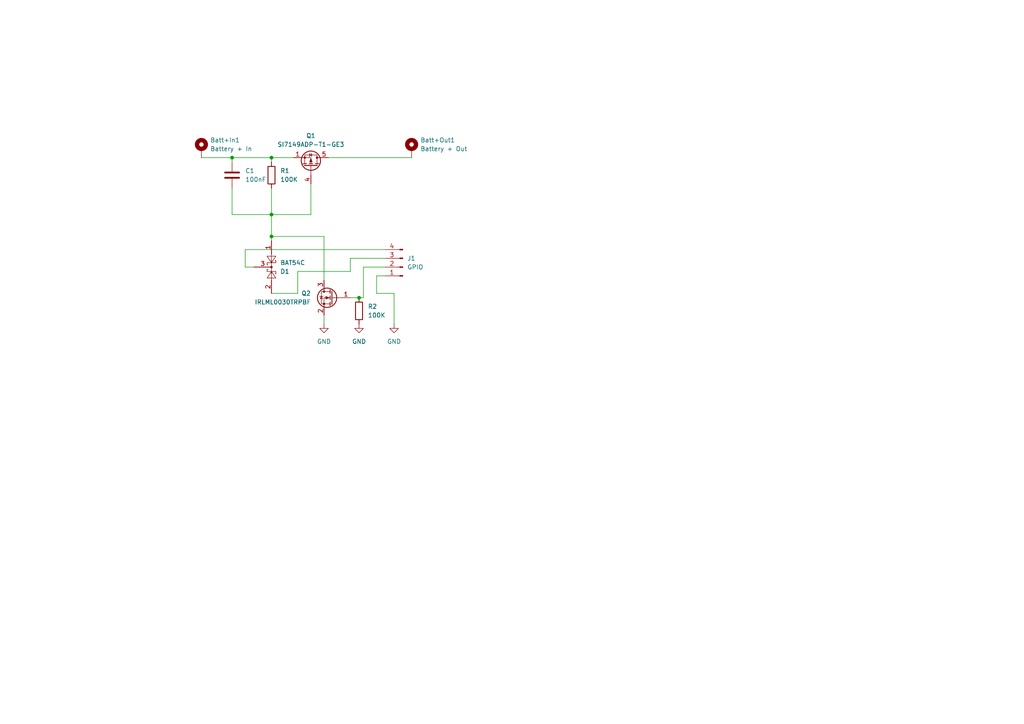
<source format=kicad_sch>
(kicad_sch (version 20230121) (generator eeschema)

  (uuid 78fc4659-f291-4d86-a6d8-bf3e63bdc0eb)

  (paper "A4")

  (lib_symbols
    (symbol "Connector:Conn_01x04_Pin" (pin_names (offset 1.016) hide) (in_bom yes) (on_board yes)
      (property "Reference" "J" (at 0 5.08 0)
        (effects (font (size 1.27 1.27)))
      )
      (property "Value" "Conn_01x04_Pin" (at 0 -7.62 0)
        (effects (font (size 1.27 1.27)))
      )
      (property "Footprint" "" (at 0 0 0)
        (effects (font (size 1.27 1.27)) hide)
      )
      (property "Datasheet" "~" (at 0 0 0)
        (effects (font (size 1.27 1.27)) hide)
      )
      (property "ki_locked" "" (at 0 0 0)
        (effects (font (size 1.27 1.27)))
      )
      (property "ki_keywords" "connector" (at 0 0 0)
        (effects (font (size 1.27 1.27)) hide)
      )
      (property "ki_description" "Generic connector, single row, 01x04, script generated" (at 0 0 0)
        (effects (font (size 1.27 1.27)) hide)
      )
      (property "ki_fp_filters" "Connector*:*_1x??_*" (at 0 0 0)
        (effects (font (size 1.27 1.27)) hide)
      )
      (symbol "Conn_01x04_Pin_1_1"
        (polyline
          (pts
            (xy 1.27 -5.08)
            (xy 0.8636 -5.08)
          )
          (stroke (width 0.1524) (type default))
          (fill (type none))
        )
        (polyline
          (pts
            (xy 1.27 -2.54)
            (xy 0.8636 -2.54)
          )
          (stroke (width 0.1524) (type default))
          (fill (type none))
        )
        (polyline
          (pts
            (xy 1.27 0)
            (xy 0.8636 0)
          )
          (stroke (width 0.1524) (type default))
          (fill (type none))
        )
        (polyline
          (pts
            (xy 1.27 2.54)
            (xy 0.8636 2.54)
          )
          (stroke (width 0.1524) (type default))
          (fill (type none))
        )
        (rectangle (start 0.8636 -4.953) (end 0 -5.207)
          (stroke (width 0.1524) (type default))
          (fill (type outline))
        )
        (rectangle (start 0.8636 -2.413) (end 0 -2.667)
          (stroke (width 0.1524) (type default))
          (fill (type outline))
        )
        (rectangle (start 0.8636 0.127) (end 0 -0.127)
          (stroke (width 0.1524) (type default))
          (fill (type outline))
        )
        (rectangle (start 0.8636 2.667) (end 0 2.413)
          (stroke (width 0.1524) (type default))
          (fill (type outline))
        )
        (pin passive line (at 5.08 2.54 180) (length 3.81)
          (name "Pin_1" (effects (font (size 1.27 1.27))))
          (number "1" (effects (font (size 1.27 1.27))))
        )
        (pin passive line (at 5.08 0 180) (length 3.81)
          (name "Pin_2" (effects (font (size 1.27 1.27))))
          (number "2" (effects (font (size 1.27 1.27))))
        )
        (pin passive line (at 5.08 -2.54 180) (length 3.81)
          (name "Pin_3" (effects (font (size 1.27 1.27))))
          (number "3" (effects (font (size 1.27 1.27))))
        )
        (pin passive line (at 5.08 -5.08 180) (length 3.81)
          (name "Pin_4" (effects (font (size 1.27 1.27))))
          (number "4" (effects (font (size 1.27 1.27))))
        )
      )
    )
    (symbol "Device:C" (pin_numbers hide) (pin_names (offset 0.254)) (in_bom yes) (on_board yes)
      (property "Reference" "C" (at 0.635 2.54 0)
        (effects (font (size 1.27 1.27)) (justify left))
      )
      (property "Value" "C" (at 0.635 -2.54 0)
        (effects (font (size 1.27 1.27)) (justify left))
      )
      (property "Footprint" "" (at 0.9652 -3.81 0)
        (effects (font (size 1.27 1.27)) hide)
      )
      (property "Datasheet" "~" (at 0 0 0)
        (effects (font (size 1.27 1.27)) hide)
      )
      (property "ki_keywords" "cap capacitor" (at 0 0 0)
        (effects (font (size 1.27 1.27)) hide)
      )
      (property "ki_description" "Unpolarized capacitor" (at 0 0 0)
        (effects (font (size 1.27 1.27)) hide)
      )
      (property "ki_fp_filters" "C_*" (at 0 0 0)
        (effects (font (size 1.27 1.27)) hide)
      )
      (symbol "C_0_1"
        (polyline
          (pts
            (xy -2.032 -0.762)
            (xy 2.032 -0.762)
          )
          (stroke (width 0.508) (type default))
          (fill (type none))
        )
        (polyline
          (pts
            (xy -2.032 0.762)
            (xy 2.032 0.762)
          )
          (stroke (width 0.508) (type default))
          (fill (type none))
        )
      )
      (symbol "C_1_1"
        (pin passive line (at 0 3.81 270) (length 2.794)
          (name "~" (effects (font (size 1.27 1.27))))
          (number "1" (effects (font (size 1.27 1.27))))
        )
        (pin passive line (at 0 -3.81 90) (length 2.794)
          (name "~" (effects (font (size 1.27 1.27))))
          (number "2" (effects (font (size 1.27 1.27))))
        )
      )
    )
    (symbol "Device:R" (pin_numbers hide) (pin_names (offset 0)) (in_bom yes) (on_board yes)
      (property "Reference" "R" (at 2.032 0 90)
        (effects (font (size 1.27 1.27)))
      )
      (property "Value" "R" (at 0 0 90)
        (effects (font (size 1.27 1.27)))
      )
      (property "Footprint" "" (at -1.778 0 90)
        (effects (font (size 1.27 1.27)) hide)
      )
      (property "Datasheet" "~" (at 0 0 0)
        (effects (font (size 1.27 1.27)) hide)
      )
      (property "ki_keywords" "R res resistor" (at 0 0 0)
        (effects (font (size 1.27 1.27)) hide)
      )
      (property "ki_description" "Resistor" (at 0 0 0)
        (effects (font (size 1.27 1.27)) hide)
      )
      (property "ki_fp_filters" "R_*" (at 0 0 0)
        (effects (font (size 1.27 1.27)) hide)
      )
      (symbol "R_0_1"
        (rectangle (start -1.016 -2.54) (end 1.016 2.54)
          (stroke (width 0.254) (type default))
          (fill (type none))
        )
      )
      (symbol "R_1_1"
        (pin passive line (at 0 3.81 270) (length 1.27)
          (name "~" (effects (font (size 1.27 1.27))))
          (number "1" (effects (font (size 1.27 1.27))))
        )
        (pin passive line (at 0 -3.81 90) (length 1.27)
          (name "~" (effects (font (size 1.27 1.27))))
          (number "2" (effects (font (size 1.27 1.27))))
        )
      )
    )
    (symbol "Diode:BAT54C" (pin_names (offset 1.016)) (in_bom yes) (on_board yes)
      (property "Reference" "D" (at 0.635 -3.81 0)
        (effects (font (size 1.27 1.27)) (justify left))
      )
      (property "Value" "BAT54C" (at -6.35 3.175 0)
        (effects (font (size 1.27 1.27)) (justify left))
      )
      (property "Footprint" "Package_TO_SOT_SMD:SOT-23" (at 1.905 3.175 0)
        (effects (font (size 1.27 1.27)) (justify left) hide)
      )
      (property "Datasheet" "http://www.diodes.com/_files/datasheets/ds11005.pdf" (at -2.032 0 0)
        (effects (font (size 1.27 1.27)) hide)
      )
      (property "ki_keywords" "schottky diode common cathode" (at 0 0 0)
        (effects (font (size 1.27 1.27)) hide)
      )
      (property "ki_description" "dual schottky barrier diode, common cathode" (at 0 0 0)
        (effects (font (size 1.27 1.27)) hide)
      )
      (property "ki_fp_filters" "SOT?23*" (at 0 0 0)
        (effects (font (size 1.27 1.27)) hide)
      )
      (symbol "BAT54C_0_1"
        (polyline
          (pts
            (xy -1.905 0)
            (xy 1.905 0)
          )
          (stroke (width 0) (type default))
          (fill (type none))
        )
        (polyline
          (pts
            (xy -1.905 1.27)
            (xy -1.905 1.016)
          )
          (stroke (width 0) (type default))
          (fill (type none))
        )
        (polyline
          (pts
            (xy -1.27 -1.27)
            (xy -0.635 -1.27)
          )
          (stroke (width 0) (type default))
          (fill (type none))
        )
        (polyline
          (pts
            (xy -1.27 0)
            (xy -3.81 0)
          )
          (stroke (width 0) (type default))
          (fill (type none))
        )
        (polyline
          (pts
            (xy -1.27 1.27)
            (xy -1.905 1.27)
          )
          (stroke (width 0) (type default))
          (fill (type none))
        )
        (polyline
          (pts
            (xy -1.27 1.27)
            (xy -1.27 -1.27)
          )
          (stroke (width 0) (type default))
          (fill (type none))
        )
        (polyline
          (pts
            (xy -0.635 -1.27)
            (xy -0.635 -1.016)
          )
          (stroke (width 0) (type default))
          (fill (type none))
        )
        (polyline
          (pts
            (xy 0.635 -1.27)
            (xy 0.635 -1.016)
          )
          (stroke (width 0) (type default))
          (fill (type none))
        )
        (polyline
          (pts
            (xy 1.27 -1.27)
            (xy 0.635 -1.27)
          )
          (stroke (width 0) (type default))
          (fill (type none))
        )
        (polyline
          (pts
            (xy 1.27 1.27)
            (xy 1.27 -1.27)
          )
          (stroke (width 0) (type default))
          (fill (type none))
        )
        (polyline
          (pts
            (xy 1.27 1.27)
            (xy 1.905 1.27)
          )
          (stroke (width 0) (type default))
          (fill (type none))
        )
        (polyline
          (pts
            (xy 1.905 1.27)
            (xy 1.905 1.016)
          )
          (stroke (width 0) (type default))
          (fill (type none))
        )
        (polyline
          (pts
            (xy 3.81 0)
            (xy 1.27 0)
          )
          (stroke (width 0) (type default))
          (fill (type none))
        )
        (polyline
          (pts
            (xy -3.175 -1.27)
            (xy -3.175 1.27)
            (xy -1.27 0)
            (xy -3.175 -1.27)
          )
          (stroke (width 0) (type default))
          (fill (type none))
        )
        (polyline
          (pts
            (xy 3.175 -1.27)
            (xy 3.175 1.27)
            (xy 1.27 0)
            (xy 3.175 -1.27)
          )
          (stroke (width 0) (type default))
          (fill (type none))
        )
        (circle (center 0 0) (radius 0.254)
          (stroke (width 0) (type default))
          (fill (type outline))
        )
      )
      (symbol "BAT54C_1_1"
        (pin passive line (at -7.62 0 0) (length 3.81)
          (name "~" (effects (font (size 1.27 1.27))))
          (number "1" (effects (font (size 1.27 1.27))))
        )
        (pin passive line (at 7.62 0 180) (length 3.81)
          (name "~" (effects (font (size 1.27 1.27))))
          (number "2" (effects (font (size 1.27 1.27))))
        )
        (pin passive line (at 0 -5.08 90) (length 5.08)
          (name "~" (effects (font (size 1.27 1.27))))
          (number "3" (effects (font (size 1.27 1.27))))
        )
      )
    )
    (symbol "Mechanical:MountingHole_Pad" (pin_numbers hide) (pin_names (offset 1.016) hide) (in_bom yes) (on_board yes)
      (property "Reference" "H" (at 0 6.35 0)
        (effects (font (size 1.27 1.27)))
      )
      (property "Value" "MountingHole_Pad" (at 0 4.445 0)
        (effects (font (size 1.27 1.27)))
      )
      (property "Footprint" "" (at 0 0 0)
        (effects (font (size 1.27 1.27)) hide)
      )
      (property "Datasheet" "~" (at 0 0 0)
        (effects (font (size 1.27 1.27)) hide)
      )
      (property "ki_keywords" "mounting hole" (at 0 0 0)
        (effects (font (size 1.27 1.27)) hide)
      )
      (property "ki_description" "Mounting Hole with connection" (at 0 0 0)
        (effects (font (size 1.27 1.27)) hide)
      )
      (property "ki_fp_filters" "MountingHole*Pad*" (at 0 0 0)
        (effects (font (size 1.27 1.27)) hide)
      )
      (symbol "MountingHole_Pad_0_1"
        (circle (center 0 1.27) (radius 1.27)
          (stroke (width 1.27) (type default))
          (fill (type none))
        )
      )
      (symbol "MountingHole_Pad_1_1"
        (pin input line (at 0 -2.54 90) (length 2.54)
          (name "1" (effects (font (size 1.27 1.27))))
          (number "1" (effects (font (size 1.27 1.27))))
        )
      )
    )
    (symbol "Transistor_FET:IRLML0030" (pin_names hide) (in_bom yes) (on_board yes)
      (property "Reference" "Q" (at 5.08 1.905 0)
        (effects (font (size 1.27 1.27)) (justify left))
      )
      (property "Value" "IRLML0030" (at 5.08 0 0)
        (effects (font (size 1.27 1.27)) (justify left))
      )
      (property "Footprint" "Package_TO_SOT_SMD:SOT-23" (at 5.08 -1.905 0)
        (effects (font (size 1.27 1.27) italic) (justify left) hide)
      )
      (property "Datasheet" "https://www.infineon.com/dgdl/irlml0030pbf.pdf?fileId=5546d462533600a401535664773825df" (at 5.08 -3.81 0)
        (effects (font (size 1.27 1.27)) (justify left) hide)
      )
      (property "ki_keywords" "N-Channel HEXFET MOSFET Logic-Level" (at 0 0 0)
        (effects (font (size 1.27 1.27)) hide)
      )
      (property "ki_description" "5.3A Id, 30V Vds, 27mOhm Rds, N-Channel HEXFET Power MOSFET, SOT-23" (at 0 0 0)
        (effects (font (size 1.27 1.27)) hide)
      )
      (property "ki_fp_filters" "SOT?23*" (at 0 0 0)
        (effects (font (size 1.27 1.27)) hide)
      )
      (symbol "IRLML0030_0_1"
        (polyline
          (pts
            (xy 0.254 0)
            (xy -2.54 0)
          )
          (stroke (width 0) (type default))
          (fill (type none))
        )
        (polyline
          (pts
            (xy 0.254 1.905)
            (xy 0.254 -1.905)
          )
          (stroke (width 0.254) (type default))
          (fill (type none))
        )
        (polyline
          (pts
            (xy 0.762 -1.27)
            (xy 0.762 -2.286)
          )
          (stroke (width 0.254) (type default))
          (fill (type none))
        )
        (polyline
          (pts
            (xy 0.762 0.508)
            (xy 0.762 -0.508)
          )
          (stroke (width 0.254) (type default))
          (fill (type none))
        )
        (polyline
          (pts
            (xy 0.762 2.286)
            (xy 0.762 1.27)
          )
          (stroke (width 0.254) (type default))
          (fill (type none))
        )
        (polyline
          (pts
            (xy 2.54 2.54)
            (xy 2.54 1.778)
          )
          (stroke (width 0) (type default))
          (fill (type none))
        )
        (polyline
          (pts
            (xy 2.54 -2.54)
            (xy 2.54 0)
            (xy 0.762 0)
          )
          (stroke (width 0) (type default))
          (fill (type none))
        )
        (polyline
          (pts
            (xy 0.762 -1.778)
            (xy 3.302 -1.778)
            (xy 3.302 1.778)
            (xy 0.762 1.778)
          )
          (stroke (width 0) (type default))
          (fill (type none))
        )
        (polyline
          (pts
            (xy 1.016 0)
            (xy 2.032 0.381)
            (xy 2.032 -0.381)
            (xy 1.016 0)
          )
          (stroke (width 0) (type default))
          (fill (type outline))
        )
        (polyline
          (pts
            (xy 2.794 0.508)
            (xy 2.921 0.381)
            (xy 3.683 0.381)
            (xy 3.81 0.254)
          )
          (stroke (width 0) (type default))
          (fill (type none))
        )
        (polyline
          (pts
            (xy 3.302 0.381)
            (xy 2.921 -0.254)
            (xy 3.683 -0.254)
            (xy 3.302 0.381)
          )
          (stroke (width 0) (type default))
          (fill (type none))
        )
        (circle (center 1.651 0) (radius 2.794)
          (stroke (width 0.254) (type default))
          (fill (type none))
        )
        (circle (center 2.54 -1.778) (radius 0.254)
          (stroke (width 0) (type default))
          (fill (type outline))
        )
        (circle (center 2.54 1.778) (radius 0.254)
          (stroke (width 0) (type default))
          (fill (type outline))
        )
      )
      (symbol "IRLML0030_1_1"
        (pin input line (at -5.08 0 0) (length 2.54)
          (name "G" (effects (font (size 1.27 1.27))))
          (number "1" (effects (font (size 1.27 1.27))))
        )
        (pin passive line (at 2.54 -5.08 90) (length 2.54)
          (name "S" (effects (font (size 1.27 1.27))))
          (number "2" (effects (font (size 1.27 1.27))))
        )
        (pin passive line (at 2.54 5.08 270) (length 2.54)
          (name "D" (effects (font (size 1.27 1.27))))
          (number "3" (effects (font (size 1.27 1.27))))
        )
      )
    )
    (symbol "Transistor_FET:Si7141DP" (pin_names hide) (in_bom yes) (on_board yes)
      (property "Reference" "Q" (at 5.08 1.905 0)
        (effects (font (size 1.27 1.27)) (justify left))
      )
      (property "Value" "Si7141DP" (at 5.08 0 0)
        (effects (font (size 1.27 1.27)) (justify left))
      )
      (property "Footprint" "Package_SO:PowerPAK_SO-8_Single" (at 5.08 -1.905 0)
        (effects (font (size 1.27 1.27) italic) (justify left) hide)
      )
      (property "Datasheet" "https://www.vishay.com/docs/65596/si7141dp.pdf" (at 5.08 -3.81 0)
        (effects (font (size 1.27 1.27)) (justify left) hide)
      )
      (property "ki_keywords" "P-Channel MOSFET" (at 0 0 0)
        (effects (font (size 1.27 1.27)) hide)
      )
      (property "ki_description" "60A Id, 20V Vds, 1.9 mOhm Ron, PowerPAK-8" (at 0 0 0)
        (effects (font (size 1.27 1.27)) hide)
      )
      (property "ki_fp_filters" "PowerPAK*SO*Single*" (at 0 0 0)
        (effects (font (size 1.27 1.27)) hide)
      )
      (symbol "Si7141DP_0_1"
        (polyline
          (pts
            (xy 0.254 0)
            (xy -2.54 0)
          )
          (stroke (width 0) (type default))
          (fill (type none))
        )
        (polyline
          (pts
            (xy 0.254 1.905)
            (xy 0.254 -1.905)
          )
          (stroke (width 0.254) (type default))
          (fill (type none))
        )
        (polyline
          (pts
            (xy 0.762 -1.27)
            (xy 0.762 -2.286)
          )
          (stroke (width 0.254) (type default))
          (fill (type none))
        )
        (polyline
          (pts
            (xy 0.762 0.508)
            (xy 0.762 -0.508)
          )
          (stroke (width 0.254) (type default))
          (fill (type none))
        )
        (polyline
          (pts
            (xy 0.762 2.286)
            (xy 0.762 1.27)
          )
          (stroke (width 0.254) (type default))
          (fill (type none))
        )
        (polyline
          (pts
            (xy 2.54 2.54)
            (xy 2.54 1.778)
          )
          (stroke (width 0) (type default))
          (fill (type none))
        )
        (polyline
          (pts
            (xy 2.54 -2.54)
            (xy 2.54 0)
            (xy 0.762 0)
          )
          (stroke (width 0) (type default))
          (fill (type none))
        )
        (polyline
          (pts
            (xy 0.762 1.778)
            (xy 3.302 1.778)
            (xy 3.302 -1.778)
            (xy 0.762 -1.778)
          )
          (stroke (width 0) (type default))
          (fill (type none))
        )
        (polyline
          (pts
            (xy 2.286 0)
            (xy 1.27 0.381)
            (xy 1.27 -0.381)
            (xy 2.286 0)
          )
          (stroke (width 0) (type default))
          (fill (type outline))
        )
        (polyline
          (pts
            (xy 2.794 -0.508)
            (xy 2.921 -0.381)
            (xy 3.683 -0.381)
            (xy 3.81 -0.254)
          )
          (stroke (width 0) (type default))
          (fill (type none))
        )
        (polyline
          (pts
            (xy 3.302 -0.381)
            (xy 2.921 0.254)
            (xy 3.683 0.254)
            (xy 3.302 -0.381)
          )
          (stroke (width 0) (type default))
          (fill (type none))
        )
        (circle (center 1.651 0) (radius 2.794)
          (stroke (width 0.254) (type default))
          (fill (type none))
        )
        (circle (center 2.54 -1.778) (radius 0.254)
          (stroke (width 0) (type default))
          (fill (type outline))
        )
        (circle (center 2.54 1.778) (radius 0.254)
          (stroke (width 0) (type default))
          (fill (type outline))
        )
      )
      (symbol "Si7141DP_1_1"
        (pin passive line (at 2.54 -5.08 90) (length 2.54)
          (name "S" (effects (font (size 1.27 1.27))))
          (number "1" (effects (font (size 1.27 1.27))))
        )
        (pin passive line (at 2.54 -5.08 90) (length 2.54) hide
          (name "S" (effects (font (size 1.27 1.27))))
          (number "2" (effects (font (size 1.27 1.27))))
        )
        (pin passive line (at 2.54 -5.08 90) (length 2.54) hide
          (name "S" (effects (font (size 1.27 1.27))))
          (number "3" (effects (font (size 1.27 1.27))))
        )
        (pin input line (at -5.08 0 0) (length 2.54)
          (name "G" (effects (font (size 1.27 1.27))))
          (number "4" (effects (font (size 1.27 1.27))))
        )
        (pin passive line (at 2.54 5.08 270) (length 2.54)
          (name "D" (effects (font (size 1.27 1.27))))
          (number "5" (effects (font (size 1.27 1.27))))
        )
      )
    )
    (symbol "power:GND" (power) (pin_names (offset 0)) (in_bom yes) (on_board yes)
      (property "Reference" "#PWR" (at 0 -6.35 0)
        (effects (font (size 1.27 1.27)) hide)
      )
      (property "Value" "GND" (at 0 -3.81 0)
        (effects (font (size 1.27 1.27)))
      )
      (property "Footprint" "" (at 0 0 0)
        (effects (font (size 1.27 1.27)) hide)
      )
      (property "Datasheet" "" (at 0 0 0)
        (effects (font (size 1.27 1.27)) hide)
      )
      (property "ki_keywords" "global power" (at 0 0 0)
        (effects (font (size 1.27 1.27)) hide)
      )
      (property "ki_description" "Power symbol creates a global label with name \"GND\" , ground" (at 0 0 0)
        (effects (font (size 1.27 1.27)) hide)
      )
      (symbol "GND_0_1"
        (polyline
          (pts
            (xy 0 0)
            (xy 0 -1.27)
            (xy 1.27 -1.27)
            (xy 0 -2.54)
            (xy -1.27 -1.27)
            (xy 0 -1.27)
          )
          (stroke (width 0) (type default))
          (fill (type none))
        )
      )
      (symbol "GND_1_1"
        (pin power_in line (at 0 0 270) (length 0) hide
          (name "GND" (effects (font (size 1.27 1.27))))
          (number "1" (effects (font (size 1.27 1.27))))
        )
      )
    )
  )

  (junction (at 78.74 68.58) (diameter 0) (color 0 0 0 0)
    (uuid 05764d53-5d4e-4614-bce2-867a3832f739)
  )
  (junction (at 67.31 45.72) (diameter 0) (color 0 0 0 0)
    (uuid a2a9c73c-a8b1-4427-8a73-219166ddd81a)
  )
  (junction (at 104.14 86.36) (diameter 0) (color 0 0 0 0)
    (uuid b97eeefb-ee6d-4244-8bb6-6105d4b0e8e3)
  )
  (junction (at 78.74 62.23) (diameter 0) (color 0 0 0 0)
    (uuid c44e1f8d-abf0-4877-a2d1-d6b0cfac6624)
  )
  (junction (at 78.74 45.72) (diameter 0) (color 0 0 0 0)
    (uuid f0232189-31de-41d0-88e5-df00edb7b316)
  )

  (wire (pts (xy 93.98 68.58) (xy 78.74 68.58))
    (stroke (width 0) (type default))
    (uuid 01d355a8-ba46-4560-b8c7-b91be8fb0cd3)
  )
  (wire (pts (xy 105.41 77.47) (xy 105.41 86.36))
    (stroke (width 0) (type default))
    (uuid 0ba523f9-7bc0-4d0a-b57c-15dc7ee337cb)
  )
  (wire (pts (xy 111.76 72.39) (xy 71.12 72.39))
    (stroke (width 0) (type default))
    (uuid 2b0b3612-e8f4-410b-ac4d-ca1944e1b7a4)
  )
  (wire (pts (xy 109.22 85.09) (xy 109.22 80.01))
    (stroke (width 0) (type default))
    (uuid 33b1789b-85de-44f7-915b-90bbf30e0280)
  )
  (wire (pts (xy 114.3 93.98) (xy 114.3 85.09))
    (stroke (width 0) (type default))
    (uuid 39a7a94c-782c-4a93-b23d-8c5cfcf1fb56)
  )
  (wire (pts (xy 101.6 86.36) (xy 104.14 86.36))
    (stroke (width 0) (type default))
    (uuid 41d9b4a6-ed4a-4750-86da-ad1503d63558)
  )
  (wire (pts (xy 109.22 80.01) (xy 111.76 80.01))
    (stroke (width 0) (type default))
    (uuid 46767baa-84de-4d37-94f1-ff415f9dd3e7)
  )
  (wire (pts (xy 67.31 45.72) (xy 67.31 46.99))
    (stroke (width 0) (type default))
    (uuid 554eba36-1c6b-41a5-8c75-679746cfb952)
  )
  (wire (pts (xy 67.31 54.61) (xy 67.31 62.23))
    (stroke (width 0) (type default))
    (uuid 69d0e1a8-b231-4f07-81eb-644008edc41b)
  )
  (wire (pts (xy 78.74 62.23) (xy 90.17 62.23))
    (stroke (width 0) (type default))
    (uuid 6a6021be-c4cc-4ab4-aa45-7a9e8484684f)
  )
  (wire (pts (xy 78.74 54.61) (xy 78.74 62.23))
    (stroke (width 0) (type default))
    (uuid 7349216c-57dc-495e-996a-bbd3be310423)
  )
  (wire (pts (xy 67.31 45.72) (xy 78.74 45.72))
    (stroke (width 0) (type default))
    (uuid 7649bf5a-1563-451d-ae0d-dbf7c0e6ed25)
  )
  (wire (pts (xy 114.3 85.09) (xy 109.22 85.09))
    (stroke (width 0) (type default))
    (uuid 78b2ce52-9484-4772-be9a-8045bf6c6474)
  )
  (wire (pts (xy 71.12 77.47) (xy 73.66 77.47))
    (stroke (width 0) (type default))
    (uuid 9072e157-2325-4f77-abe1-6b58d25a4256)
  )
  (wire (pts (xy 105.41 86.36) (xy 104.14 86.36))
    (stroke (width 0) (type default))
    (uuid a067f408-a2b7-48a3-a477-52ebacdeaf85)
  )
  (wire (pts (xy 101.6 74.93) (xy 111.76 74.93))
    (stroke (width 0) (type default))
    (uuid a2ac12ca-a155-48e9-afd3-3facd5ba51a7)
  )
  (wire (pts (xy 78.74 62.23) (xy 78.74 68.58))
    (stroke (width 0) (type default))
    (uuid a6fceb82-27c9-4123-892f-ce3e8f96303c)
  )
  (wire (pts (xy 86.36 85.09) (xy 86.36 78.74))
    (stroke (width 0) (type default))
    (uuid a8b90679-11fd-4e5a-9a06-d9509a710403)
  )
  (wire (pts (xy 93.98 91.44) (xy 93.98 93.98))
    (stroke (width 0) (type default))
    (uuid b43963f2-d91a-41a3-bff8-a98e1738807c)
  )
  (wire (pts (xy 78.74 45.72) (xy 85.09 45.72))
    (stroke (width 0) (type default))
    (uuid bf06e9e8-abde-4efc-844b-25dc1cf5e99a)
  )
  (wire (pts (xy 58.42 45.72) (xy 67.31 45.72))
    (stroke (width 0) (type default))
    (uuid c2b74b38-a50f-42bd-a66d-7c3c203efe43)
  )
  (wire (pts (xy 78.74 68.58) (xy 78.74 69.85))
    (stroke (width 0) (type default))
    (uuid c5327b1f-962d-4a2a-a83c-28eb55d882be)
  )
  (wire (pts (xy 86.36 78.74) (xy 101.6 78.74))
    (stroke (width 0) (type default))
    (uuid c6d248aa-a9a7-4a61-922f-805ff9c46636)
  )
  (wire (pts (xy 78.74 85.09) (xy 86.36 85.09))
    (stroke (width 0) (type default))
    (uuid c7dbb978-d3ff-419d-aefb-c287ca2bc731)
  )
  (wire (pts (xy 101.6 78.74) (xy 101.6 74.93))
    (stroke (width 0) (type default))
    (uuid d1581964-ce9a-4610-bf2d-02a8b69452ce)
  )
  (wire (pts (xy 78.74 45.72) (xy 78.74 46.99))
    (stroke (width 0) (type default))
    (uuid dbcae98f-9896-44e6-a363-9187d5b00202)
  )
  (wire (pts (xy 71.12 72.39) (xy 71.12 77.47))
    (stroke (width 0) (type default))
    (uuid e07d7bab-3d27-416d-b006-d60c4cc9c676)
  )
  (wire (pts (xy 67.31 62.23) (xy 78.74 62.23))
    (stroke (width 0) (type default))
    (uuid e4c9b1f8-0bc4-4034-88ad-3605602493be)
  )
  (wire (pts (xy 90.17 62.23) (xy 90.17 53.34))
    (stroke (width 0) (type default))
    (uuid ee2c46f4-6d8f-4bde-acfc-835fa0daeb83)
  )
  (wire (pts (xy 95.25 45.72) (xy 119.38 45.72))
    (stroke (width 0) (type default))
    (uuid eed47e97-67ad-4d4b-8fb8-83f11d9c617c)
  )
  (wire (pts (xy 93.98 81.28) (xy 93.98 68.58))
    (stroke (width 0) (type default))
    (uuid f5116293-cdea-42df-8541-c1413b8794d6)
  )
  (wire (pts (xy 111.76 77.47) (xy 105.41 77.47))
    (stroke (width 0) (type default))
    (uuid fe19337b-65e4-4dbb-8a08-068db25694c6)
  )

  (symbol (lib_id "Transistor_FET:IRLML0030") (at 96.52 86.36 0) (mirror y) (unit 1)
    (in_bom yes) (on_board yes) (dnp no)
    (uuid 230e4d57-a11f-4b12-b7c3-21066d15c037)
    (property "Reference" "Q2" (at 90.17 85.09 0)
      (effects (font (size 1.27 1.27)) (justify left))
    )
    (property "Value" "IRLML0030TRPBF" (at 90.17 87.63 0)
      (effects (font (size 1.27 1.27)) (justify left))
    )
    (property "Footprint" "Package_TO_SOT_SMD:SOT-23" (at 91.44 88.265 0)
      (effects (font (size 1.27 1.27) italic) (justify left) hide)
    )
    (property "Datasheet" "https://datasheet.lcsc.com/lcsc/2304140030_Infineon-Technologies-IRLML0030TRPBF_C67272.pdf" (at 91.44 90.17 0)
      (effects (font (size 1.27 1.27)) (justify left) hide)
    )
    (pin "3" (uuid 1ca38556-4ab1-4bf4-83fe-a891357dbf8a))
    (pin "1" (uuid 697a57a3-34b4-4c87-bf29-c2db9cffba72))
    (pin "2" (uuid 0efac5d3-c74f-442a-bdbd-46ee0087093c))
    (instances
      (project "lightsaber"
        (path "/78fc4659-f291-4d86-a6d8-bf3e63bdc0eb"
          (reference "Q2") (unit 1)
        )
      )
    )
  )

  (symbol (lib_id "Mechanical:MountingHole_Pad") (at 119.38 43.18 0) (unit 1)
    (in_bom yes) (on_board yes) (dnp no) (fields_autoplaced)
    (uuid 326ab7d1-c4c5-4709-aa28-d18c42731d97)
    (property "Reference" "Batt+Out1" (at 121.92 40.64 0)
      (effects (font (size 1.27 1.27)) (justify left))
    )
    (property "Value" "Battery + Out" (at 121.92 43.18 0)
      (effects (font (size 1.27 1.27)) (justify left))
    )
    (property "Footprint" "TestPoint:TestPoint_Pad_D2.0mm" (at 119.38 43.18 0)
      (effects (font (size 1.27 1.27)) hide)
    )
    (property "Datasheet" "~" (at 119.38 43.18 0)
      (effects (font (size 1.27 1.27)) hide)
    )
    (pin "1" (uuid 13c8b6fd-7f71-44ee-965c-4e971025b0a4))
    (instances
      (project "lightsaber"
        (path "/78fc4659-f291-4d86-a6d8-bf3e63bdc0eb"
          (reference "Batt+Out1") (unit 1)
        )
      )
    )
  )

  (symbol (lib_id "Device:R") (at 78.74 50.8 0) (unit 1)
    (in_bom yes) (on_board yes) (dnp no) (fields_autoplaced)
    (uuid 6fd80880-8ab9-4ce2-841b-519b262afd12)
    (property "Reference" "R1" (at 81.28 49.53 0)
      (effects (font (size 1.27 1.27)) (justify left))
    )
    (property "Value" "100K" (at 81.28 52.07 0)
      (effects (font (size 1.27 1.27)) (justify left))
    )
    (property "Footprint" "Resistor_SMD:R_0603_1608Metric" (at 76.962 50.8 90)
      (effects (font (size 1.27 1.27)) hide)
    )
    (property "Datasheet" "~" (at 78.74 50.8 0)
      (effects (font (size 1.27 1.27)) hide)
    )
    (pin "2" (uuid 6ffca942-dcfa-4a8b-aca8-5f2222c14fe9))
    (pin "1" (uuid 1e4fab39-d02c-41c4-997c-a8678043379d))
    (instances
      (project "lightsaber"
        (path "/78fc4659-f291-4d86-a6d8-bf3e63bdc0eb"
          (reference "R1") (unit 1)
        )
      )
    )
  )

  (symbol (lib_id "Mechanical:MountingHole_Pad") (at 58.42 43.18 0) (unit 1)
    (in_bom yes) (on_board yes) (dnp no) (fields_autoplaced)
    (uuid 71e570e9-c3a7-42a2-bc15-58353d155d10)
    (property "Reference" "Batt+In1" (at 60.96 40.64 0)
      (effects (font (size 1.27 1.27)) (justify left))
    )
    (property "Value" "Battery + In" (at 60.96 43.18 0)
      (effects (font (size 1.27 1.27)) (justify left))
    )
    (property "Footprint" "TestPoint:TestPoint_Pad_D2.0mm" (at 58.42 43.18 0)
      (effects (font (size 1.27 1.27)) hide)
    )
    (property "Datasheet" "~" (at 58.42 43.18 0)
      (effects (font (size 1.27 1.27)) hide)
    )
    (pin "1" (uuid c851a1fa-e9bb-4933-9707-0ca327cc931f))
    (instances
      (project "lightsaber"
        (path "/78fc4659-f291-4d86-a6d8-bf3e63bdc0eb"
          (reference "Batt+In1") (unit 1)
        )
      )
    )
  )

  (symbol (lib_id "Diode:BAT54C") (at 78.74 77.47 270) (unit 1)
    (in_bom yes) (on_board yes) (dnp no)
    (uuid 79c2ed58-45fa-4350-94a1-8fb081367ed2)
    (property "Reference" "D1" (at 81.28 78.74 90)
      (effects (font (size 1.27 1.27)) (justify left))
    )
    (property "Value" "BAT54C" (at 81.28 76.2 90)
      (effects (font (size 1.27 1.27)) (justify left))
    )
    (property "Footprint" "Package_TO_SOT_SMD:SOT-23" (at 81.915 79.375 0)
      (effects (font (size 1.27 1.27)) (justify left) hide)
    )
    (property "Datasheet" "https://datasheet.lcsc.com/lcsc/2304140030_BORN-BAT54C_C266596.pdf" (at 78.74 75.438 0)
      (effects (font (size 1.27 1.27)) hide)
    )
    (pin "3" (uuid 70c35ddd-ba0d-41ab-8425-addb40af8cdb))
    (pin "1" (uuid 85902b5d-c0bf-47b5-ba5c-4f55b44648d9))
    (pin "2" (uuid cc200b1b-9c3c-40f0-af93-14fb453b2647))
    (instances
      (project "lightsaber"
        (path "/78fc4659-f291-4d86-a6d8-bf3e63bdc0eb"
          (reference "D1") (unit 1)
        )
      )
    )
  )

  (symbol (lib_id "power:GND") (at 114.3 93.98 0) (unit 1)
    (in_bom yes) (on_board yes) (dnp no) (fields_autoplaced)
    (uuid 96d02ba3-3475-4a00-ad11-cfedc33baa5a)
    (property "Reference" "#PWR01" (at 114.3 100.33 0)
      (effects (font (size 1.27 1.27)) hide)
    )
    (property "Value" "GND" (at 114.3 99.06 0)
      (effects (font (size 1.27 1.27)))
    )
    (property "Footprint" "" (at 114.3 93.98 0)
      (effects (font (size 1.27 1.27)) hide)
    )
    (property "Datasheet" "" (at 114.3 93.98 0)
      (effects (font (size 1.27 1.27)) hide)
    )
    (pin "1" (uuid 8f86c728-c908-43fe-88cc-8d23c5da94fa))
    (instances
      (project "lightsaber"
        (path "/78fc4659-f291-4d86-a6d8-bf3e63bdc0eb"
          (reference "#PWR01") (unit 1)
        )
      )
    )
  )

  (symbol (lib_id "Connector:Conn_01x04_Pin") (at 116.84 77.47 180) (unit 1)
    (in_bom yes) (on_board yes) (dnp no) (fields_autoplaced)
    (uuid 99fb7c48-2f97-4205-9dfb-12d20ee7f0f0)
    (property "Reference" "J1" (at 118.11 74.93 0)
      (effects (font (size 1.27 1.27)) (justify right))
    )
    (property "Value" "GPIO" (at 118.11 77.47 0)
      (effects (font (size 1.27 1.27)) (justify right))
    )
    (property "Footprint" "Connector_PinHeader_1.00mm:PinHeader_1x04_P1.00mm_Vertical" (at 116.84 77.47 0)
      (effects (font (size 1.27 1.27)) hide)
    )
    (property "Datasheet" "~" (at 116.84 77.47 0)
      (effects (font (size 1.27 1.27)) hide)
    )
    (pin "2" (uuid ddc49aae-0f93-469a-9829-1a6a10958be5))
    (pin "1" (uuid 25915f8c-9603-4054-bcde-87703060df61))
    (pin "3" (uuid 17dbec74-f423-49cb-a34f-4760b2f45700))
    (pin "4" (uuid bff9a57c-9070-4af4-b979-fd8a114c8e6a))
    (instances
      (project "lightsaber"
        (path "/78fc4659-f291-4d86-a6d8-bf3e63bdc0eb"
          (reference "J1") (unit 1)
        )
      )
    )
  )

  (symbol (lib_id "power:GND") (at 93.98 93.98 0) (unit 1)
    (in_bom yes) (on_board yes) (dnp no) (fields_autoplaced)
    (uuid 9a846aa9-7e1e-4037-a282-12d42a70103a)
    (property "Reference" "#PWR03" (at 93.98 100.33 0)
      (effects (font (size 1.27 1.27)) hide)
    )
    (property "Value" "GND" (at 93.98 99.06 0)
      (effects (font (size 1.27 1.27)))
    )
    (property "Footprint" "" (at 93.98 93.98 0)
      (effects (font (size 1.27 1.27)) hide)
    )
    (property "Datasheet" "" (at 93.98 93.98 0)
      (effects (font (size 1.27 1.27)) hide)
    )
    (pin "1" (uuid de5a3ecf-b5be-4e09-932b-49e7eeaef70c))
    (instances
      (project "lightsaber"
        (path "/78fc4659-f291-4d86-a6d8-bf3e63bdc0eb"
          (reference "#PWR03") (unit 1)
        )
      )
    )
  )

  (symbol (lib_id "Transistor_FET:Si7141DP") (at 90.17 48.26 270) (mirror x) (unit 1)
    (in_bom yes) (on_board yes) (dnp no)
    (uuid adfae359-6b48-4045-b6d8-e4c66179027a)
    (property "Reference" "Q1" (at 90.17 39.37 90)
      (effects (font (size 1.27 1.27)))
    )
    (property "Value" "SI7149ADP-T1-GE3" (at 90.17 41.91 90)
      (effects (font (size 1.27 1.27)))
    )
    (property "Footprint" "Package_SO:PowerPAK_SO-8_Single" (at 88.265 43.18 0)
      (effects (font (size 1.27 1.27) italic) (justify left) hide)
    )
    (property "Datasheet" "https://datasheet.lcsc.com/lcsc/2011170204_Vishay-Intertech-SI7149ADP-T1-GE3_C554002.pdf" (at 86.36 43.18 0)
      (effects (font (size 1.27 1.27)) (justify left) hide)
    )
    (pin "4" (uuid ee7c757f-20e9-4e86-8958-e589ce192f0f))
    (pin "2" (uuid e28d83ca-7b49-4e8b-93a6-8e490e74dd8d))
    (pin "3" (uuid f07d5f8d-117e-4fdf-8545-4039fff5b1bf))
    (pin "1" (uuid 57dbc4e5-a9cd-4fb1-9127-eb4e4cd1094e))
    (pin "5" (uuid d598da87-d2c6-4a38-a852-3ca860f066f5))
    (instances
      (project "lightsaber"
        (path "/78fc4659-f291-4d86-a6d8-bf3e63bdc0eb"
          (reference "Q1") (unit 1)
        )
      )
    )
  )

  (symbol (lib_id "power:GND") (at 104.14 93.98 0) (unit 1)
    (in_bom yes) (on_board yes) (dnp no) (fields_autoplaced)
    (uuid ba52a646-47ca-42c5-a6d8-88afafbd304c)
    (property "Reference" "#PWR02" (at 104.14 100.33 0)
      (effects (font (size 1.27 1.27)) hide)
    )
    (property "Value" "GND" (at 104.14 99.06 0)
      (effects (font (size 1.27 1.27)))
    )
    (property "Footprint" "" (at 104.14 93.98 0)
      (effects (font (size 1.27 1.27)) hide)
    )
    (property "Datasheet" "" (at 104.14 93.98 0)
      (effects (font (size 1.27 1.27)) hide)
    )
    (pin "1" (uuid fa813388-bf09-4711-ba0a-eee3a7829604))
    (instances
      (project "lightsaber"
        (path "/78fc4659-f291-4d86-a6d8-bf3e63bdc0eb"
          (reference "#PWR02") (unit 1)
        )
      )
    )
  )

  (symbol (lib_id "Device:R") (at 104.14 90.17 0) (unit 1)
    (in_bom yes) (on_board yes) (dnp no) (fields_autoplaced)
    (uuid e4e31bec-6e03-4426-921b-39e75d252c4d)
    (property "Reference" "R2" (at 106.68 88.9 0)
      (effects (font (size 1.27 1.27)) (justify left))
    )
    (property "Value" "100K" (at 106.68 91.44 0)
      (effects (font (size 1.27 1.27)) (justify left))
    )
    (property "Footprint" "Resistor_SMD:R_0603_1608Metric" (at 102.362 90.17 90)
      (effects (font (size 1.27 1.27)) hide)
    )
    (property "Datasheet" "~" (at 104.14 90.17 0)
      (effects (font (size 1.27 1.27)) hide)
    )
    (pin "2" (uuid 6f942864-5ec6-4276-8ea0-7776b6c769dc))
    (pin "1" (uuid 25326c58-88bc-4a61-831c-1ee1ca7b3552))
    (instances
      (project "lightsaber"
        (path "/78fc4659-f291-4d86-a6d8-bf3e63bdc0eb"
          (reference "R2") (unit 1)
        )
      )
    )
  )

  (symbol (lib_id "Device:C") (at 67.31 50.8 0) (unit 1)
    (in_bom yes) (on_board yes) (dnp no) (fields_autoplaced)
    (uuid e663ae9f-1069-4eb5-acb2-6bdde2cd911c)
    (property "Reference" "C1" (at 71.12 49.53 0)
      (effects (font (size 1.27 1.27)) (justify left))
    )
    (property "Value" "100nF" (at 71.12 52.07 0)
      (effects (font (size 1.27 1.27)) (justify left))
    )
    (property "Footprint" "Capacitor_Tantalum_SMD:CP_EIA-1608-10_AVX-L" (at 68.2752 54.61 0)
      (effects (font (size 1.27 1.27)) hide)
    )
    (property "Datasheet" "~" (at 67.31 50.8 0)
      (effects (font (size 1.27 1.27)) hide)
    )
    (pin "2" (uuid 5cee16ed-9d73-4cec-a49a-7629c2e3dd86))
    (pin "1" (uuid c7fdcdeb-b015-4e0a-bfc7-1435b762f2e5))
    (instances
      (project "lightsaber"
        (path "/78fc4659-f291-4d86-a6d8-bf3e63bdc0eb"
          (reference "C1") (unit 1)
        )
      )
    )
  )

  (sheet_instances
    (path "/" (page "1"))
  )
)

</source>
